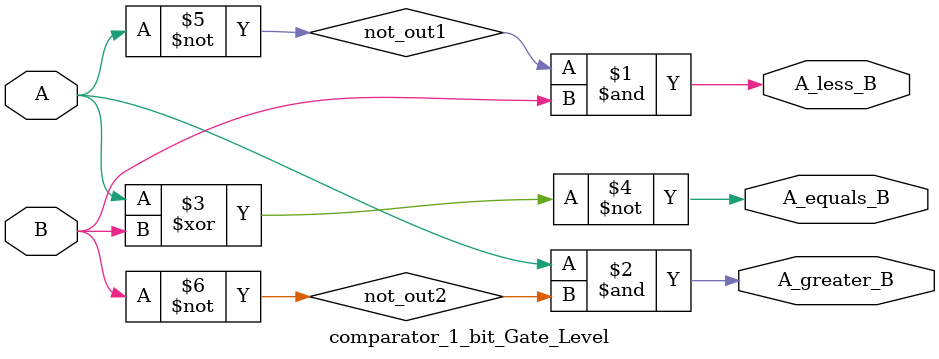
<source format=sv>
module comparator_1_bit_Gate_Level(input wire A,
                                   input wire B,
                                   output wire A_equals_B,
                                   output wire A_greater_B,
                                   output wire A_less_B);
     
   wire not_out1, not_out2;

   not not_gatel(not_out1,A); 
   not not_gate2(not_out2,B);

   and and_gate2(A_less_B,not_out1,B);
  
   and and_gate3(A_greater_B, A, not_out2); 
  
   xnor xnor_gatel(A_equals_B,A,B);

endmodule
</source>
